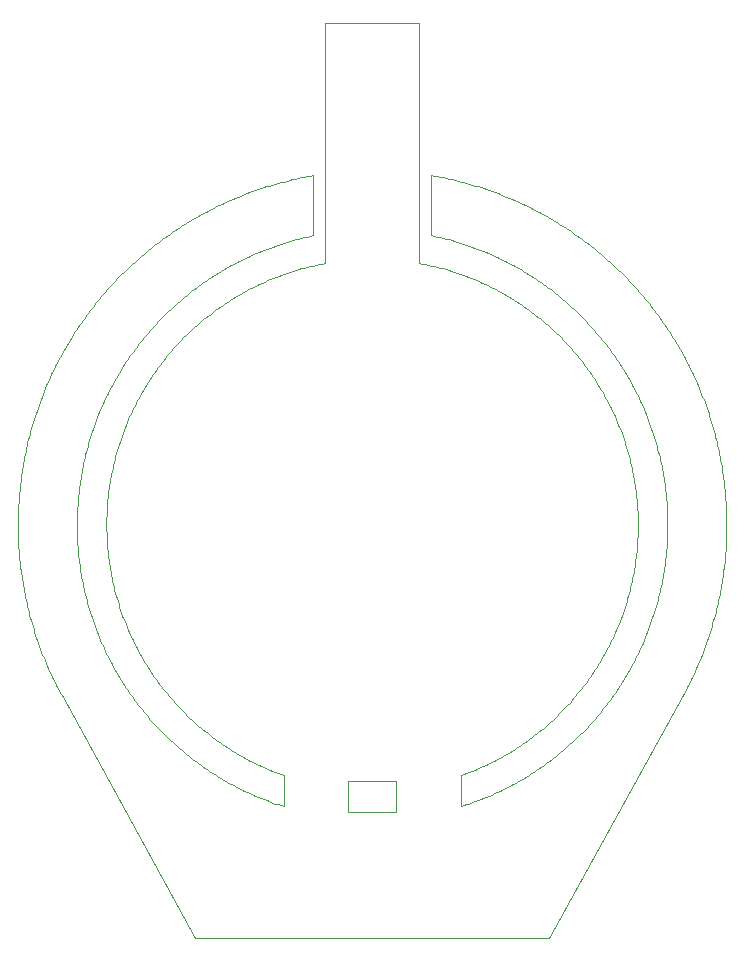
<source format=gm1>
G04*
G04 #@! TF.GenerationSoftware,Altium Limited,Altium Designer,22.10.1 (41)*
G04*
G04 Layer_Color=16711935*
%FSLAX25Y25*%
%MOIN*%
G70*
G04*
G04 #@! TF.SameCoordinates,FB2E412C-4C94-422A-880B-86203416BC3E*
G04*
G04*
G04 #@! TF.FilePolarity,Positive*
G04*
G01*
G75*
%ADD21C,0.00039*%
D21*
X29528Y54279D02*
X30470Y54618D01*
X31408Y54968D01*
X32343Y55328D01*
X33273Y55699D01*
X34199Y56081D01*
X35121Y56472D01*
X36038Y56875D01*
X36951Y57287D01*
X37858Y57710D01*
X38761Y58143D01*
X39660Y58587D01*
X40552Y59040D01*
X41440Y59504D01*
X42323Y59977D01*
X43200Y60461D01*
X44071Y60954D01*
X44938Y61457D01*
X45798Y61970D01*
X46652Y62493D01*
X47500Y63025D01*
X48343Y63567D01*
X49179Y64118D01*
X50009Y64679D01*
X50832Y65249D01*
X51649Y65828D01*
X52460Y66417D01*
X53263Y67014D01*
X54060Y67621D01*
X54850Y68237D01*
X55633Y68861D01*
X56409Y69495D01*
X57177Y70137D01*
X57938Y70788D01*
X58692Y71447D01*
X59439Y72115D01*
X60177Y72791D01*
X60909Y73475D01*
X61632Y74168D01*
X62347Y74869D01*
X63055Y75578D01*
X63754Y76295D01*
X64446Y77020D01*
X65128Y77752D01*
X65803Y78492D01*
X66469Y79240D01*
X67127Y79995D01*
X67776Y80758D01*
X68417Y81528D01*
X69049Y82305D01*
X69672Y83089D01*
X70286Y83880D01*
X70891Y84679D01*
X71487Y85483D01*
X72074Y86295D01*
X72651Y87113D01*
X73220Y87938D01*
X73779Y88769D01*
X74328Y89606D01*
X74868Y90450D01*
X75399Y91299D01*
X75920Y92154D01*
X76431Y93016D01*
X76932Y93883D01*
X77424Y94755D01*
X77905Y95633D01*
X78377Y96517D01*
X78839Y97406D01*
X79290Y98299D01*
X79732Y99199D01*
X80163Y100102D01*
X80584Y101011D01*
X80995Y101925D01*
X81395Y102843D01*
X81785Y103765D01*
X82165Y104692D01*
X82534Y105623D01*
X82892Y106558D01*
X83240Y107497D01*
X83577Y108440D01*
X83904Y109387D01*
X84220Y110338D01*
X84525Y111292D01*
X84819Y112249D01*
X85102Y113209D01*
X85375Y114173D01*
X85637Y115140D01*
X85887Y116110D01*
X86127Y117082D01*
X86356Y118057D01*
X86573Y119035D01*
X86780Y120015D01*
X86975Y120997D01*
X87160Y121981D01*
X87333Y122968D01*
X87495Y123956D01*
X87646Y124946D01*
X87786Y125938D01*
X87914Y126931D01*
X88031Y127926D01*
X88137Y128922D01*
X88232Y129919D01*
X88315Y130917D01*
X88387Y131916D01*
X88448Y132915D01*
X88498Y133916D01*
X88536Y134916D01*
X88563Y135918D01*
X88578Y136919D01*
X88583Y137921D01*
X88576Y138922D01*
X88557Y139924D01*
X88527Y140925D01*
X88486Y141925D01*
X88434Y142925D01*
X88370Y143925D01*
X88295Y144924D01*
X88209Y145921D01*
X88112Y146918D01*
X88003Y147914D01*
X87883Y148908D01*
X87752Y149901D01*
X87609Y150892D01*
X87455Y151882D01*
X87291Y152870D01*
X87115Y153856D01*
X86927Y154840D01*
X86729Y155821D01*
X86520Y156801D01*
X86299Y157778D01*
X86068Y158752D01*
X85826Y159724D01*
X85572Y160693D01*
X85308Y161659D01*
X85032Y162622D01*
X84746Y163582D01*
X84449Y164538D01*
X84142Y165491D01*
X83823Y166441D01*
X83494Y167387D01*
X83154Y168329D01*
X82804Y169267D01*
X82442Y170201D01*
X82071Y171131D01*
X81689Y172057D01*
X81296Y172978D01*
X80893Y173895D01*
X80480Y174807D01*
X80056Y175715D01*
X79622Y176618D01*
X79178Y177515D01*
X78724Y178408D01*
X78260Y179295D01*
X77786Y180177D01*
X77302Y181054D01*
X76808Y181925D01*
X76304Y182791D01*
X75790Y183651D01*
X75267Y184505D01*
X74734Y185353D01*
X74192Y186195D01*
X73640Y187030D01*
X73078Y187860D01*
X72508Y188683D01*
X71928Y189499D01*
X71338Y190309D01*
X70740Y191112D01*
X70133Y191909D01*
X69517Y192698D01*
X68891Y193481D01*
X68257Y194256D01*
X67615Y195024D01*
X66963Y195785D01*
X66303Y196538D01*
X65635Y197284D01*
X64958Y198022D01*
X64273Y198753D01*
X63580Y199476D01*
X62879Y200191D01*
X62169Y200898D01*
X61452Y201596D01*
X60726Y202287D01*
X59993Y202970D01*
X59253Y203644D01*
X58504Y204309D01*
X57749Y204967D01*
X56986Y205615D01*
X56215Y206255D01*
X55437Y206886D01*
X54653Y207509D01*
X53861Y208122D01*
X53063Y208727D01*
X52257Y209322D01*
X51445Y209908D01*
X50627Y210485D01*
X49802Y211053D01*
X48970Y211611D01*
X48133Y212160D01*
X47289Y212700D01*
X46439Y213230D01*
X45583Y213750D01*
X44721Y214260D01*
X43854Y214761D01*
X42981Y215252D01*
X42103Y215733D01*
X41219Y216204D01*
X40330Y216665D01*
X39435Y217116D01*
X38536Y217557D01*
X37632Y217987D01*
X36723Y218408D01*
X35809Y218818D01*
X34891Y219217D01*
X33968Y219606D01*
X33041Y219985D01*
X32109Y220354D01*
X31174Y220711D01*
X30234Y221059D01*
X29291Y221395D01*
X28344Y221721D01*
X27393Y222036D01*
X26439Y222340D01*
X25482Y222634D01*
X24521Y222917D01*
X23557Y223188D01*
X22590Y223449D01*
X21620Y223699D01*
X20648Y223938D01*
X19672Y224166D01*
X18695Y224383D01*
X17714Y224589D01*
X16732Y224783D01*
X15748Y224967D01*
X29528Y43904D02*
X30481Y44209D01*
X31432Y44524D01*
X32380Y44849D01*
X33324Y45183D01*
X34264Y45527D01*
X35202Y45880D01*
X36135Y46243D01*
X37065Y46616D01*
X37991Y46998D01*
X38913Y47389D01*
X39831Y47789D01*
X40745Y48199D01*
X41654Y48619D01*
X42559Y49047D01*
X43460Y49485D01*
X44357Y49932D01*
X45248Y50388D01*
X46136Y50853D01*
X47018Y51327D01*
X47895Y51809D01*
X48768Y52301D01*
X49635Y52802D01*
X50498Y53311D01*
X51354Y53830D01*
X52206Y54357D01*
X53053Y54892D01*
X53894Y55436D01*
X54729Y55989D01*
X55558Y56550D01*
X56382Y57120D01*
X57200Y57697D01*
X58012Y58284D01*
X58818Y58878D01*
X59618Y59481D01*
X60412Y60092D01*
X61200Y60710D01*
X61981Y61337D01*
X62756Y61972D01*
X63524Y62614D01*
X64286Y63265D01*
X65041Y63923D01*
X65789Y64588D01*
X66531Y65261D01*
X67265Y65942D01*
X67993Y66630D01*
X68714Y67326D01*
X69427Y68029D01*
X70134Y68739D01*
X70833Y69456D01*
X71525Y70180D01*
X72209Y70912D01*
X72886Y71650D01*
X73555Y72395D01*
X74217Y73147D01*
X74871Y73905D01*
X75517Y74671D01*
X76155Y75442D01*
X76786Y76221D01*
X77408Y77005D01*
X78023Y77796D01*
X78630Y78593D01*
X79228Y79396D01*
X79818Y80205D01*
X80400Y81021D01*
X80974Y81842D01*
X81539Y82669D01*
X82095Y83501D01*
X82644Y84339D01*
X83183Y85183D01*
X83714Y86032D01*
X84237Y86887D01*
X84750Y87747D01*
X85255Y88612D01*
X85751Y89482D01*
X86239Y90357D01*
X86717Y91237D01*
X87186Y92122D01*
X87646Y93011D01*
X88098Y93905D01*
X88540Y94804D01*
X88973Y95707D01*
X89396Y96615D01*
X89811Y97527D01*
X90216Y98443D01*
X90611Y99363D01*
X90998Y100287D01*
X91375Y101215D01*
X91742Y102146D01*
X92100Y103082D01*
X92449Y104021D01*
X92788Y104963D01*
X93117Y105909D01*
X93437Y106858D01*
X93747Y107811D01*
X94047Y108766D01*
X94337Y109725D01*
X94618Y110686D01*
X94889Y111650D01*
X95150Y112617D01*
X95402Y113587D01*
X95643Y114559D01*
X95875Y115533D01*
X96096Y116510D01*
X96308Y117489D01*
X96509Y118470D01*
X96701Y119453D01*
X96883Y120438D01*
X97054Y121425D01*
X97216Y122413D01*
X97367Y123403D01*
X97509Y124395D01*
X97640Y125388D01*
X97761Y126382D01*
X97872Y127377D01*
X97973Y128374D01*
X98064Y129371D01*
X98145Y130369D01*
X98215Y131369D01*
X98276Y132368D01*
X98326Y133369D01*
X98366Y134369D01*
X98395Y135370D01*
X98415Y136372D01*
X98424Y137373D01*
X98423Y138375D01*
X98413Y139376D01*
X98391Y140378D01*
X98360Y141379D01*
X98318Y142379D01*
X98267Y143380D01*
X98205Y144379D01*
X98133Y145378D01*
X98050Y146377D01*
X97958Y147374D01*
X97856Y148370D01*
X97743Y149365D01*
X97620Y150359D01*
X97487Y151352D01*
X97344Y152343D01*
X97191Y153333D01*
X97028Y154321D01*
X96855Y155308D01*
X96671Y156292D01*
X96478Y157275D01*
X96275Y158256D01*
X96062Y159235D01*
X95839Y160211D01*
X95606Y161185D01*
X95363Y162157D01*
X95110Y163126D01*
X94847Y164092D01*
X94575Y165056D01*
X94292Y166017D01*
X94000Y166975D01*
X93699Y167930D01*
X93387Y168882D01*
X93066Y169831D01*
X92735Y170776D01*
X92395Y171718D01*
X92045Y172656D01*
X91685Y173591D01*
X91316Y174522D01*
X90938Y175450D01*
X90550Y176373D01*
X90153Y177293D01*
X89746Y178208D01*
X89330Y179119D01*
X88905Y180026D01*
X88471Y180928D01*
X88027Y181826D01*
X87575Y182720D01*
X87113Y183609D01*
X86642Y184493D01*
X86163Y185372D01*
X85674Y186246D01*
X85176Y187116D01*
X84670Y187980D01*
X84155Y188839D01*
X83631Y189692D01*
X83099Y190541D01*
X82558Y191384D01*
X82008Y192221D01*
X81450Y193052D01*
X80884Y193878D01*
X80309Y194699D01*
X79726Y195513D01*
X79134Y196321D01*
X78535Y197123D01*
X77927Y197919D01*
X77311Y198709D01*
X76687Y199493D01*
X76055Y200270D01*
X75416Y201041D01*
X74768Y201805D01*
X74113Y202562D01*
X73450Y203313D01*
X72780Y204057D01*
X72102Y204794D01*
X71416Y205525D01*
X70723Y206248D01*
X70023Y206964D01*
X69315Y207673D01*
X68601Y208375D01*
X67879Y209069D01*
X67150Y209756D01*
X66415Y210436D01*
X65672Y211108D01*
X64923Y211772D01*
X64166Y212429D01*
X63404Y213078D01*
X62634Y213719D01*
X61858Y214353D01*
X61076Y214978D01*
X60288Y215596D01*
X59493Y216205D01*
X58692Y216807D01*
X57885Y217400D01*
X57072Y217985D01*
X56253Y218561D01*
X55428Y219129D01*
X54598Y219689D01*
X53762Y220240D01*
X52920Y220783D01*
X52073Y221318D01*
X51220Y221843D01*
X50362Y222360D01*
X49499Y222868D01*
X48631Y223367D01*
X47758Y223858D01*
X46879Y224339D01*
X45996Y224812D01*
X45108Y225275D01*
X44216Y225730D01*
X43319Y226175D01*
X42417Y226611D01*
X41511Y227039D01*
X40601Y227456D01*
X39686Y227865D01*
X38768Y228264D01*
X37845Y228654D01*
X36919Y229034D01*
X35988Y229405D01*
X35054Y229767D01*
X34117Y230118D01*
X33175Y230461D01*
X32231Y230794D01*
X31283Y231117D01*
X30332Y231430D01*
X29377Y231734D01*
X28420Y232028D01*
X27459Y232312D01*
X26496Y232587D01*
X25530Y232852D01*
X24562Y233107D01*
X23591Y233352D01*
X22617Y233587D01*
X21641Y233812D01*
X20663Y234027D01*
X19685Y234232D01*
X103515Y80922D02*
X103993Y81800D01*
X104464Y82683D01*
X104927Y83570D01*
X105382Y84461D01*
X105830Y85355D01*
X106271Y86253D01*
X106703Y87155D01*
X107129Y88061D01*
X107546Y88970D01*
X107956Y89883D01*
X108358Y90799D01*
X108752Y91718D01*
X109138Y92641D01*
X109517Y93567D01*
X109887Y94496D01*
X110250Y95428D01*
X110605Y96364D01*
X110952Y97302D01*
X111291Y98243D01*
X111622Y99187D01*
X111945Y100134D01*
X112260Y101084D01*
X112567Y102036D01*
X112866Y102990D01*
X113156Y103948D01*
X113439Y104907D01*
X113714Y105869D01*
X113980Y106834D01*
X114238Y107800D01*
X114488Y108769D01*
X114730Y109739D01*
X114963Y110712D01*
X115188Y111687D01*
X115405Y112663D01*
X115614Y113642D01*
X115815Y114622D01*
X116007Y115604D01*
X116191Y116587D01*
X116366Y117572D01*
X116533Y118558D01*
X116692Y119546D01*
X116842Y120535D01*
X116984Y121525D01*
X117118Y122517D01*
X117243Y123509D01*
X117360Y124503D01*
X117468Y125497D01*
X117568Y126493D01*
X117660Y127489D01*
X117743Y128486D01*
X117817Y129483D01*
X117884Y130481D01*
X117941Y131480D01*
X117991Y132479D01*
X118031Y133479D01*
X118064Y134479D01*
X118087Y135479D01*
X118103Y136479D01*
X118110Y137479D01*
X118108Y138480D01*
X118098Y139480D01*
X118080Y140480D01*
X118053Y141480D01*
X118017Y142480D01*
X117973Y143480D01*
X117921Y144478D01*
X117860Y145477D01*
X117791Y146475D01*
X117713Y147472D01*
X117627Y148469D01*
X117532Y149465D01*
X117429Y150460D01*
X117318Y151454D01*
X117198Y152447D01*
X117070Y153439D01*
X116933Y154430D01*
X116788Y155420D01*
X116634Y156409D01*
X116472Y157396D01*
X116302Y158382D01*
X116124Y159366D01*
X115937Y160349D01*
X115742Y161330D01*
X115538Y162309D01*
X115326Y163287D01*
X115106Y164263D01*
X114878Y165237D01*
X114642Y166209D01*
X114397Y167179D01*
X114144Y168147D01*
X113883Y169113D01*
X113613Y170076D01*
X113336Y171037D01*
X113050Y171996D01*
X112757Y172952D01*
X112455Y173906D01*
X112145Y174857D01*
X111827Y175806D01*
X111501Y176751D01*
X111167Y177694D01*
X110825Y178635D01*
X110475Y179572D01*
X110117Y180506D01*
X109752Y181437D01*
X109378Y182365D01*
X108997Y183290D01*
X108607Y184211D01*
X108210Y185130D01*
X107806Y186045D01*
X107393Y186956D01*
X106973Y187864D01*
X106545Y188768D01*
X106109Y189669D01*
X105666Y190565D01*
X105216Y191458D01*
X104757Y192348D01*
X104291Y193233D01*
X103818Y194114D01*
X103337Y194992D01*
X102849Y195865D01*
X102354Y196734D01*
X101851Y197599D01*
X101341Y198459D01*
X100823Y199315D01*
X100299Y200167D01*
X99767Y201014D01*
X99228Y201857D01*
X98681Y202695D01*
X98128Y203529D01*
X97568Y204358D01*
X97001Y205182D01*
X96426Y206001D01*
X95845Y206815D01*
X95257Y207624D01*
X94662Y208429D01*
X94061Y209228D01*
X93452Y210022D01*
X92837Y210811D01*
X92216Y211595D01*
X91587Y212373D01*
X90952Y213146D01*
X90311Y213914D01*
X89663Y214676D01*
X89008Y215433D01*
X88348Y216184D01*
X87681Y216929D01*
X87007Y217669D01*
X86327Y218403D01*
X85642Y219131D01*
X84950Y219854D01*
X84252Y220570D01*
X83548Y221281D01*
X82837Y221986D01*
X82121Y222684D01*
X81399Y223377D01*
X80672Y224063D01*
X79938Y224743D01*
X79199Y225417D01*
X78454Y226085D01*
X77703Y226746D01*
X76947Y227401D01*
X76185Y228049D01*
X75418Y228692D01*
X74646Y229327D01*
X73868Y229956D01*
X73084Y230578D01*
X72296Y231194D01*
X71502Y231803D01*
X70703Y232405D01*
X69900Y233001D01*
X69091Y233589D01*
X68277Y234171D01*
X67458Y234746D01*
X66635Y235314D01*
X65806Y235875D01*
X64973Y236428D01*
X64135Y236975D01*
X63293Y237515D01*
X62446Y238048D01*
X61595Y238573D01*
X60739Y239091D01*
X59879Y239602D01*
X59014Y240105D01*
X58146Y240601D01*
X57273Y241090D01*
X56396Y241572D01*
X55515Y242045D01*
X54630Y242512D01*
X53741Y242971D01*
X52848Y243422D01*
X51952Y243866D01*
X51052Y244302D01*
X50148Y244731D01*
X49240Y245152D01*
X48329Y245565D01*
X47415Y245971D01*
X46497Y246368D01*
X45575Y246758D01*
X44651Y247140D01*
X43723Y247515D01*
X42792Y247881D01*
X41858Y248239D01*
X40921Y248590D01*
X39981Y248933D01*
X39039Y249267D01*
X38093Y249594D01*
X37145Y249913D01*
X36194Y250223D01*
X35241Y250526D01*
X34284Y250820D01*
X33326Y251106D01*
X32365Y251385D01*
X31402Y251655D01*
X30436Y251917D01*
X29469Y252170D01*
X28499Y252416D01*
X27527Y252653D01*
X26553Y252882D01*
X25577Y253103D01*
X24600Y253315D01*
X23620Y253520D01*
X22639Y253715D01*
X21657Y253903D01*
X20673Y254082D01*
X19687Y254253D01*
X-19685Y254254D02*
X-20671Y254083D01*
X-21655Y253903D01*
X-22638Y253716D01*
X-23619Y253520D01*
X-24598Y253316D01*
X-25576Y253103D01*
X-26551Y252883D01*
X-27525Y252654D01*
X-28497Y252416D01*
X-29467Y252171D01*
X-30435Y251917D01*
X-31400Y251655D01*
X-32363Y251385D01*
X-33324Y251107D01*
X-34283Y250821D01*
X-35239Y250526D01*
X-36192Y250224D01*
X-37143Y249913D01*
X-38092Y249594D01*
X-39037Y249268D01*
X-39980Y248933D01*
X-40920Y248591D01*
X-41857Y248240D01*
X-42791Y247882D01*
X-43722Y247515D01*
X-44649Y247141D01*
X-45574Y246759D01*
X-46495Y246369D01*
X-47413Y245971D01*
X-48328Y245566D01*
X-49239Y245152D01*
X-50146Y244732D01*
X-51050Y244303D01*
X-51951Y243867D01*
X-52847Y243423D01*
X-53740Y242972D01*
X-54629Y242513D01*
X-55514Y242046D01*
X-56395Y241572D01*
X-57272Y241091D01*
X-58145Y240602D01*
X-59013Y240106D01*
X-59878Y239602D01*
X-60738Y239091D01*
X-61594Y238574D01*
X-62445Y238048D01*
X-63292Y237516D01*
X-64134Y236976D01*
X-64972Y236429D01*
X-65805Y235875D01*
X-66634Y235314D01*
X-67457Y234747D01*
X-68276Y234172D01*
X-69090Y233590D01*
X-69899Y233001D01*
X-70703Y232406D01*
X-71501Y231804D01*
X-72295Y231195D01*
X-73084Y230579D01*
X-73867Y229957D01*
X-74645Y229328D01*
X-75417Y228692D01*
X-76184Y228050D01*
X-76946Y227402D01*
X-77702Y226747D01*
X-78453Y226085D01*
X-79198Y225418D01*
X-79937Y224744D01*
X-80671Y224064D01*
X-81399Y223377D01*
X-82121Y222685D01*
X-82837Y221986D01*
X-83547Y221282D01*
X-84251Y220571D01*
X-84949Y219854D01*
X-85641Y219132D01*
X-86327Y218404D01*
X-87006Y217670D01*
X-87680Y216930D01*
X-88347Y216184D01*
X-89008Y215433D01*
X-89662Y214677D01*
X-90310Y213914D01*
X-90952Y213147D01*
X-91587Y212374D01*
X-92215Y211595D01*
X-92837Y210812D01*
X-93452Y210023D01*
X-94060Y209229D01*
X-94662Y208429D01*
X-95257Y207625D01*
X-95845Y206816D01*
X-96426Y206001D01*
X-97000Y205182D01*
X-97567Y204358D01*
X-98128Y203530D01*
X-98681Y202696D01*
X-99227Y201858D01*
X-99766Y201015D01*
X-100298Y200168D01*
X-100823Y199316D01*
X-101340Y198460D01*
X-101850Y197600D01*
X-102353Y196735D01*
X-102849Y195866D01*
X-103337Y194993D01*
X-103818Y194115D01*
X-104291Y193234D01*
X-104757Y192349D01*
X-105215Y191459D01*
X-105666Y190566D01*
X-106109Y189670D01*
X-106544Y188769D01*
X-106972Y187865D01*
X-107393Y186957D01*
X-107805Y186046D01*
X-108210Y185131D01*
X-108607Y184212D01*
X-108996Y183291D01*
X-109378Y182366D01*
X-109751Y181438D01*
X-110117Y180507D01*
X-110475Y179573D01*
X-110825Y178636D01*
X-111167Y177695D01*
X-111501Y176752D01*
X-111827Y175807D01*
X-112144Y174858D01*
X-112454Y173907D01*
X-112756Y172953D01*
X-113050Y171997D01*
X-113336Y171038D01*
X-113613Y170077D01*
X-113882Y169114D01*
X-114144Y168148D01*
X-114397Y167180D01*
X-114641Y166210D01*
X-114878Y165238D01*
X-115106Y164264D01*
X-115326Y163288D01*
X-115538Y162311D01*
X-115742Y161331D01*
X-115937Y160350D01*
X-116124Y159367D01*
X-116302Y158383D01*
X-116472Y157397D01*
X-116634Y156410D01*
X-116788Y155421D01*
X-116933Y154431D01*
X-117069Y153440D01*
X-117198Y152448D01*
X-117318Y151455D01*
X-117429Y150461D01*
X-117532Y149466D01*
X-117627Y148470D01*
X-117713Y147473D01*
X-117791Y146476D01*
X-117860Y145478D01*
X-117921Y144480D01*
X-117973Y143481D01*
X-118017Y142481D01*
X-118053Y141481D01*
X-118080Y140481D01*
X-118098Y139481D01*
X-118108Y138481D01*
X-118110Y137480D01*
X-118103Y136480D01*
X-118087Y135480D01*
X-118064Y134480D01*
X-118031Y133480D01*
X-117991Y132480D01*
X-117941Y131481D01*
X-117884Y130482D01*
X-117817Y129484D01*
X-117743Y128487D01*
X-117660Y127490D01*
X-117568Y126494D01*
X-117468Y125498D01*
X-117360Y124504D01*
X-117243Y123510D01*
X-117118Y122518D01*
X-116984Y121526D01*
X-116842Y120536D01*
X-116692Y119547D01*
X-116533Y118559D01*
X-116366Y117573D01*
X-116191Y116588D01*
X-116007Y115605D01*
X-115815Y114623D01*
X-115614Y113643D01*
X-115406Y112664D01*
X-115189Y111688D01*
X-114963Y110713D01*
X-114730Y109740D01*
X-114488Y108770D01*
X-114238Y107801D01*
X-113980Y106834D01*
X-113714Y105870D01*
X-113439Y104908D01*
X-113157Y103949D01*
X-112866Y102991D01*
X-112567Y102037D01*
X-112260Y101085D01*
X-111945Y100135D01*
X-111622Y99188D01*
X-111291Y98244D01*
X-110952Y97303D01*
X-110605Y96365D01*
X-110250Y95429D01*
X-109888Y94497D01*
X-109517Y93568D01*
X-109139Y92642D01*
X-108752Y91719D01*
X-108358Y90800D01*
X-107956Y89884D01*
X-107546Y88971D01*
X-107129Y88062D01*
X-106704Y87156D01*
X-106271Y86254D01*
X-105831Y85356D01*
X-105383Y84462D01*
X-104927Y83571D01*
X-104464Y82684D01*
X-103994Y81801D01*
X-103516Y80923D01*
X-19685Y234232D02*
X-20665Y234027D01*
X-21644Y233811D01*
X-22619Y233586D01*
X-23593Y233351D01*
X-24564Y233106D01*
X-25533Y232851D01*
X-26499Y232586D01*
X-27462Y232312D01*
X-28422Y232028D01*
X-29379Y231733D01*
X-30334Y231430D01*
X-31285Y231116D01*
X-32233Y230793D01*
X-33178Y230460D01*
X-34119Y230118D01*
X-35056Y229766D01*
X-35991Y229404D01*
X-36921Y229033D01*
X-37847Y228653D01*
X-38770Y228263D01*
X-39689Y227864D01*
X-40603Y227455D01*
X-41513Y227038D01*
X-42419Y226610D01*
X-43321Y226174D01*
X-44218Y225729D01*
X-45110Y225274D01*
X-45998Y224811D01*
X-46881Y224338D01*
X-47759Y223857D01*
X-48633Y223366D01*
X-49501Y222867D01*
X-50364Y222359D01*
X-51222Y221842D01*
X-52074Y221316D01*
X-52922Y220782D01*
X-53763Y220239D01*
X-54599Y219688D01*
X-55430Y219128D01*
X-56255Y218560D01*
X-57074Y217983D01*
X-57887Y217399D01*
X-58694Y216805D01*
X-59495Y216204D01*
X-60289Y215595D01*
X-61078Y214977D01*
X-61860Y214352D01*
X-62636Y213718D01*
X-63405Y213077D01*
X-64168Y212428D01*
X-64924Y211771D01*
X-65674Y211106D01*
X-66416Y210434D01*
X-67152Y209755D01*
X-67881Y209068D01*
X-68602Y208373D01*
X-69317Y207671D01*
X-70024Y206962D01*
X-70725Y206246D01*
X-71417Y205523D01*
X-72103Y204793D01*
X-72781Y204056D01*
X-73452Y203312D01*
X-74114Y202561D01*
X-74770Y201803D01*
X-75417Y201039D01*
X-76057Y200269D01*
X-76688Y199491D01*
X-77312Y198708D01*
X-77928Y197918D01*
X-78536Y197122D01*
X-79136Y196320D01*
X-79727Y195511D01*
X-80310Y194697D01*
X-80885Y193877D01*
X-81451Y193051D01*
X-82010Y192219D01*
X-82559Y191382D01*
X-83100Y190539D01*
X-83632Y189691D01*
X-84156Y188837D01*
X-84671Y187978D01*
X-85177Y187114D01*
X-85675Y186244D01*
X-86164Y185370D01*
X-86643Y184491D01*
X-87114Y183607D01*
X-87576Y182718D01*
X-88028Y181825D01*
X-88472Y180927D01*
X-88906Y180024D01*
X-89331Y179117D01*
X-89747Y178206D01*
X-90153Y177291D01*
X-90551Y176371D01*
X-90939Y175448D01*
X-91317Y174521D01*
X-91686Y173589D01*
X-92045Y172655D01*
X-92395Y171716D01*
X-92736Y170774D01*
X-93067Y169829D01*
X-93388Y168880D01*
X-93699Y167928D01*
X-94001Y166973D01*
X-94293Y166015D01*
X-94575Y165054D01*
X-94848Y164090D01*
X-95110Y163124D01*
X-95363Y162155D01*
X-95606Y161183D01*
X-95839Y160209D01*
X-96062Y159233D01*
X-96275Y158254D01*
X-96479Y157273D01*
X-96672Y156290D01*
X-96855Y155306D01*
X-97028Y154319D01*
X-97191Y153331D01*
X-97344Y152341D01*
X-97487Y151350D01*
X-97620Y150357D01*
X-97743Y149363D01*
X-97856Y148368D01*
X-97958Y147372D01*
X-98051Y146375D01*
X-98133Y145376D01*
X-98205Y144377D01*
X-98267Y143378D01*
X-98318Y142377D01*
X-98360Y141377D01*
X-98391Y140376D01*
X-98413Y139374D01*
X-98423Y138373D01*
X-98424Y137371D01*
X-98415Y136370D01*
X-98395Y135369D01*
X-98365Y134367D01*
X-98326Y133367D01*
X-98275Y132366D01*
X-98215Y131367D01*
X-98145Y130367D01*
X-98064Y129369D01*
X-97973Y128372D01*
X-97872Y127375D01*
X-97761Y126380D01*
X-97640Y125386D01*
X-97508Y124393D01*
X-97367Y123401D01*
X-97215Y122411D01*
X-97054Y121423D01*
X-96882Y120436D01*
X-96701Y119451D01*
X-96509Y118468D01*
X-96307Y117487D01*
X-96096Y116508D01*
X-95874Y115531D01*
X-95643Y114557D01*
X-95401Y113585D01*
X-95150Y112615D01*
X-94889Y111648D01*
X-94618Y110684D01*
X-94337Y109723D01*
X-94046Y108764D01*
X-93746Y107809D01*
X-93436Y106856D01*
X-93116Y105907D01*
X-92787Y104961D01*
X-92448Y104019D01*
X-92100Y103080D01*
X-91742Y102144D01*
X-91374Y101213D01*
X-90997Y100285D01*
X-90611Y99361D01*
X-90215Y98441D01*
X-89810Y97525D01*
X-89395Y96613D01*
X-88972Y95705D01*
X-88539Y94802D01*
X-88097Y93903D01*
X-87646Y93009D01*
X-87185Y92120D01*
X-86716Y91235D01*
X-86238Y90355D01*
X-85751Y89480D01*
X-85254Y88610D01*
X-84750Y87745D01*
X-84236Y86885D01*
X-83713Y86031D01*
X-83182Y85181D01*
X-82643Y84338D01*
X-82094Y83499D01*
X-81538Y82667D01*
X-80972Y81840D01*
X-80399Y81019D01*
X-79817Y80204D01*
X-79227Y79395D01*
X-78628Y78591D01*
X-78022Y77794D01*
X-77407Y77004D01*
X-76785Y76219D01*
X-76154Y75441D01*
X-75516Y74669D01*
X-74869Y73904D01*
X-74215Y73146D01*
X-73554Y72394D01*
X-72884Y71649D01*
X-72207Y70910D01*
X-71523Y70179D01*
X-70831Y69455D01*
X-70132Y68738D01*
X-69426Y68027D01*
X-68712Y67325D01*
X-67992Y66629D01*
X-67264Y65941D01*
X-66529Y65260D01*
X-65788Y64587D01*
X-65039Y63921D01*
X-64284Y63263D01*
X-63523Y62613D01*
X-62754Y61970D01*
X-61980Y61336D01*
X-61198Y60709D01*
X-60411Y60090D01*
X-59617Y59480D01*
X-58817Y58877D01*
X-58011Y58283D01*
X-57199Y57696D01*
X-56381Y57118D01*
X-55557Y56549D01*
X-54727Y55988D01*
X-53892Y55435D01*
X-53051Y54891D01*
X-52205Y54356D01*
X-51353Y53829D01*
X-50496Y53310D01*
X-49633Y52801D01*
X-48766Y52300D01*
X-47894Y51809D01*
X-47016Y51326D01*
X-46134Y50852D01*
X-45247Y50387D01*
X-44355Y49931D01*
X-43458Y49484D01*
X-42558Y49046D01*
X-41652Y48618D01*
X-40743Y48199D01*
X-39829Y47789D01*
X-38911Y47388D01*
X-37989Y46997D01*
X-37063Y46615D01*
X-36133Y46242D01*
X-35200Y45880D01*
X-34263Y45526D01*
X-33322Y45182D01*
X-32378Y44848D01*
X-31430Y44523D01*
X-30480Y44208D01*
X-29528Y43904D01*
X-15748Y224967D02*
X-16733Y224783D01*
X-17715Y224588D01*
X-18695Y224383D01*
X-19673Y224166D01*
X-20648Y223938D01*
X-21621Y223699D01*
X-22591Y223449D01*
X-23558Y223188D01*
X-24521Y222916D01*
X-25482Y222634D01*
X-26440Y222340D01*
X-27394Y222036D01*
X-28345Y221721D01*
X-29292Y221395D01*
X-30235Y221058D01*
X-31174Y220711D01*
X-32110Y220353D01*
X-33041Y219985D01*
X-33968Y219606D01*
X-34891Y219217D01*
X-35809Y218817D01*
X-36723Y218407D01*
X-37632Y217987D01*
X-38537Y217556D01*
X-39436Y217116D01*
X-40330Y216665D01*
X-41219Y216204D01*
X-42103Y215733D01*
X-42981Y215252D01*
X-43854Y214761D01*
X-44722Y214260D01*
X-45584Y213750D01*
X-46439Y213229D01*
X-47289Y212699D01*
X-48133Y212160D01*
X-48971Y211611D01*
X-49802Y211053D01*
X-50627Y210485D01*
X-51446Y209908D01*
X-52258Y209322D01*
X-53063Y208726D01*
X-53862Y208122D01*
X-54653Y207508D01*
X-55438Y206886D01*
X-56216Y206255D01*
X-56986Y205615D01*
X-57749Y204966D01*
X-58505Y204309D01*
X-59253Y203643D01*
X-59994Y202969D01*
X-60727Y202287D01*
X-61452Y201596D01*
X-62169Y200897D01*
X-62879Y200190D01*
X-63580Y199475D01*
X-64274Y198753D01*
X-64959Y198022D01*
X-65636Y197284D01*
X-66304Y196538D01*
X-66964Y195784D01*
X-67615Y195024D01*
X-68258Y194256D01*
X-68892Y193480D01*
X-69517Y192698D01*
X-70133Y191908D01*
X-70740Y191112D01*
X-71339Y190309D01*
X-71928Y189499D01*
X-72508Y188682D01*
X-73079Y187859D01*
X-73640Y187030D01*
X-74192Y186194D01*
X-74734Y185352D01*
X-75267Y184504D01*
X-75791Y183650D01*
X-76304Y182791D01*
X-76808Y181925D01*
X-77302Y181054D01*
X-77786Y180177D01*
X-78260Y179295D01*
X-78724Y178407D01*
X-79179Y177515D01*
X-79623Y176617D01*
X-80057Y175714D01*
X-80480Y174807D01*
X-80893Y173895D01*
X-81296Y172978D01*
X-81689Y172056D01*
X-82071Y171131D01*
X-82443Y170201D01*
X-82804Y169266D01*
X-83154Y168328D01*
X-83494Y167386D01*
X-83823Y166440D01*
X-84142Y165491D01*
X-84450Y164538D01*
X-84747Y163581D01*
X-85033Y162621D01*
X-85308Y161658D01*
X-85572Y160692D01*
X-85826Y159723D01*
X-86068Y158752D01*
X-86300Y157777D01*
X-86520Y156800D01*
X-86729Y155821D01*
X-86927Y154839D01*
X-87115Y153855D01*
X-87291Y152869D01*
X-87455Y151881D01*
X-87609Y150892D01*
X-87752Y149900D01*
X-87883Y148907D01*
X-88003Y147913D01*
X-88112Y146918D01*
X-88209Y145921D01*
X-88296Y144923D01*
X-88370Y143924D01*
X-88434Y142925D01*
X-88486Y141925D01*
X-88527Y140924D01*
X-88557Y139923D01*
X-88576Y138921D01*
X-88583Y137920D01*
X-88578Y136918D01*
X-88563Y135917D01*
X-88536Y134916D01*
X-88498Y133915D01*
X-88448Y132915D01*
X-88387Y131915D01*
X-88315Y130916D01*
X-88232Y129918D01*
X-88137Y128921D01*
X-88031Y127925D01*
X-87914Y126931D01*
X-87785Y125937D01*
X-87646Y124946D01*
X-87495Y123956D01*
X-87333Y122967D01*
X-87160Y121981D01*
X-86975Y120996D01*
X-86780Y120014D01*
X-86573Y119034D01*
X-86356Y118056D01*
X-86127Y117081D01*
X-85887Y116109D01*
X-85636Y115139D01*
X-85375Y114173D01*
X-85102Y113209D01*
X-84819Y112248D01*
X-84525Y111291D01*
X-84220Y110337D01*
X-83904Y109387D01*
X-83577Y108440D01*
X-83240Y107497D01*
X-82892Y106558D01*
X-82534Y105622D01*
X-82165Y104691D01*
X-81785Y103764D01*
X-81395Y102842D01*
X-80995Y101924D01*
X-80584Y101011D01*
X-80163Y100102D01*
X-79732Y99198D01*
X-79290Y98299D01*
X-78839Y97405D01*
X-78377Y96516D01*
X-77905Y95633D01*
X-77424Y94755D01*
X-76932Y93882D01*
X-76430Y93015D01*
X-75919Y92154D01*
X-75398Y91298D01*
X-74868Y90449D01*
X-74328Y89605D01*
X-73778Y88768D01*
X-73219Y87937D01*
X-72651Y87113D01*
X-72073Y86295D01*
X-71486Y85483D01*
X-70890Y84678D01*
X-70285Y83880D01*
X-69671Y83089D01*
X-69048Y82305D01*
X-68417Y81527D01*
X-67776Y80757D01*
X-67127Y79995D01*
X-66469Y79240D01*
X-65803Y78492D01*
X-65128Y77752D01*
X-64445Y77019D01*
X-63754Y76294D01*
X-63054Y75578D01*
X-62347Y74869D01*
X-61632Y74168D01*
X-60908Y73475D01*
X-60177Y72791D01*
X-59438Y72114D01*
X-58692Y71447D01*
X-57938Y70787D01*
X-57177Y70136D01*
X-56408Y69494D01*
X-55632Y68861D01*
X-54849Y68237D01*
X-54059Y67621D01*
X-53263Y67014D01*
X-52459Y66416D01*
X-51649Y65828D01*
X-50832Y65249D01*
X-50008Y64679D01*
X-49178Y64118D01*
X-48342Y63566D01*
X-47500Y63025D01*
X-46652Y62492D01*
X-45797Y61970D01*
X-44937Y61457D01*
X-44071Y60954D01*
X-43199Y60460D01*
X-42322Y59977D01*
X-41440Y59503D01*
X-40552Y59040D01*
X-39659Y58586D01*
X-38761Y58143D01*
X-37858Y57710D01*
X-36950Y57287D01*
X-36037Y56874D01*
X-35120Y56472D01*
X-34199Y56080D01*
X-33273Y55699D01*
X-32342Y55328D01*
X-31408Y54967D01*
X-30469Y54618D01*
X-29528Y54279D01*
X-7874Y42000D02*
X7874D01*
X-7874D02*
Y52375D01*
X7874Y42000D02*
Y52375D01*
X-7874D02*
X7874D01*
X15748Y224967D02*
Y305118D01*
X-15748D02*
X15748D01*
X-15748Y224967D02*
Y305118D01*
X-19685Y234232D02*
Y254254D01*
X19685Y234232D02*
Y254254D01*
X-59055Y0D02*
X59055D01*
X-29528Y43904D02*
Y54279D01*
X29528Y43904D02*
Y54279D01*
X-103515Y80922D02*
X-59055Y0D01*
X59055D02*
X103515Y80922D01*
M02*

</source>
